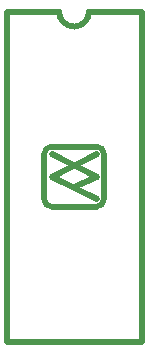
<source format=gbr>
G04 #@! TF.GenerationSoftware,KiCad,Pcbnew,(5.1.5)-3*
G04 #@! TF.CreationDate,2021-01-08T20:22:34-07:00*
G04 #@! TF.ProjectId,ROM_To_2716,524f4d5f-546f-45f3-9237-31362e6b6963,rev?*
G04 #@! TF.SameCoordinates,Original*
G04 #@! TF.FileFunction,Legend,Top*
G04 #@! TF.FilePolarity,Positive*
%FSLAX46Y46*%
G04 Gerber Fmt 4.6, Leading zero omitted, Abs format (unit mm)*
G04 Created by KiCad (PCBNEW (5.1.5)-3) date 2021-01-08 20:22:34*
%MOMM*%
%LPD*%
G04 APERTURE LIST*
%ADD10C,0.508000*%
G04 APERTURE END LIST*
D10*
X26035000Y-37465000D02*
X26035000Y-33655000D01*
X30480000Y-38100000D02*
X26670000Y-38100000D01*
X31115000Y-33655000D02*
X31115000Y-37465000D01*
X30480000Y-33020000D02*
X26670000Y-33020000D01*
X30480000Y-35560000D02*
X28575000Y-36449000D01*
X30480000Y-35560000D02*
X26670000Y-33655000D01*
X26670000Y-35560000D02*
X30480000Y-33655000D01*
X30480000Y-37465000D02*
X26670000Y-35560000D01*
X31115000Y-37465000D02*
G75*
G02X30480000Y-38100000I-635000J0D01*
G01*
X26670000Y-38100000D02*
G75*
G02X26035000Y-37465000I0J635000D01*
G01*
X26035000Y-33655000D02*
G75*
G02X26670000Y-33020000I635000J0D01*
G01*
X30480000Y-33020000D02*
G75*
G02X31115000Y-33655000I0J-635000D01*
G01*
X27305000Y-21590000D02*
X22860000Y-21590000D01*
X34290000Y-21590000D02*
X29845000Y-21590000D01*
X27305000Y-21590000D02*
G75*
G03X28575000Y-22860000I1270000J0D01*
G01*
X28575000Y-22860000D02*
G75*
G03X29845000Y-21590000I0J1270000D01*
G01*
X22860000Y-21590000D02*
X22860000Y-49530000D01*
X34290000Y-49530000D02*
X34290000Y-21590000D01*
X22860000Y-49530000D02*
X34290000Y-49530000D01*
M02*

</source>
